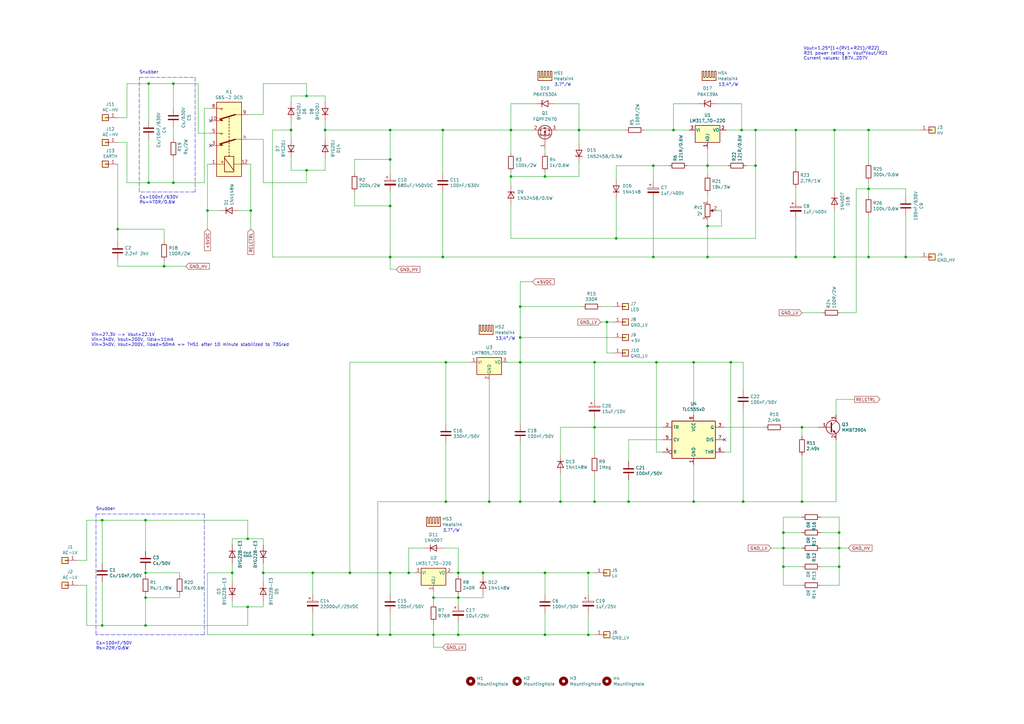
<source format=kicad_sch>
(kicad_sch (version 20211123) (generator eeschema)
  (paper "A3")
  (title_block (title "HV Power Supply LM317 Maida") (date "2022-09-11") (rev "1"))
  (junction (at 213.36 138.43))
  (junction (at 290.195 67.945))
  (junction (at 269.24 148.59))
  (junction (at 198.12 234.95))
  (junction (at 213.36 148.59))
  (junction (at 299.72 148.59))
  (junction (at 182.88 205.74))
  (junction (at 154.94 260.35))
  (junction (at 48.26 93.98))
  (junction (at 59.69 256.54))
  (junction (at 229.87 205.74))
  (junction (at 304.165 53.34))
  (junction (at 276.225 53.34))
  (junction (at 243.84 205.74))
  (junction (at 59.69 245.11))
  (junction (at 101.6 248.92))
  (junction (at 177.8 260.35))
  (junction (at 290.195 92.71))
  (junction (at 181.61 105.41))
  (junction (at 342.265 53.34))
  (junction (at 326.39 105.41))
  (junction (at 309.88 67.945))
  (junction (at 344.17 218.44))
  (junction (at 128.27 234.95))
  (junction (at 160.02 260.35))
  (junction (at 257.81 205.74))
  (junction (at 160.02 105.41))
  (junction (at 321.31 224.79))
  (junction (at 167.64 234.95))
  (junction (at 102.87 86.36))
  (junction (at 59.69 213.36))
  (junction (at 160.02 65.405))
  (junction (at 223.52 72.39))
  (junction (at 187.96 260.35))
  (junction (at 252.73 97.79))
  (junction (at 223.52 234.95))
  (junction (at 125.73 39.37))
  (junction (at 187.96 234.95))
  (junction (at 125.73 69.85))
  (junction (at 160.02 84.455))
  (junction (at 243.84 175.26))
  (junction (at 304.8 205.74))
  (junction (at 248.92 132.08))
  (junction (at 187.96 245.11))
  (junction (at 41.91 256.54))
  (junction (at 71.12 34.29))
  (junction (at 241.3 234.95))
  (junction (at 160.02 234.95))
  (junction (at 371.475 105.41))
  (junction (at 344.17 232.41))
  (junction (at 128.27 260.35))
  (junction (at 243.84 148.59))
  (junction (at 213.36 205.74))
  (junction (at 241.3 260.35))
  (junction (at 284.48 205.74))
  (junction (at 160.02 53.34))
  (junction (at 342.265 105.41))
  (junction (at 213.36 125.73))
  (junction (at 181.61 53.34))
  (junction (at 209.55 72.39))
  (junction (at 328.93 205.74))
  (junction (at 143.51 234.95))
  (junction (at 101.6 220.98))
  (junction (at 356.235 105.41))
  (junction (at 223.52 260.35))
  (junction (at 321.31 218.44))
  (junction (at 321.31 232.41))
  (junction (at 182.88 148.59))
  (junction (at 107.95 234.95))
  (junction (at 326.39 53.34))
  (junction (at 328.93 175.26))
  (junction (at 267.97 67.945))
  (junction (at 344.17 224.79))
  (junction (at 309.88 53.34))
  (junction (at 267.97 105.41))
  (junction (at 133.35 53.34))
  (junction (at 177.8 245.11))
  (junction (at 200.66 205.74))
  (junction (at 237.49 53.34))
  (junction (at 119.38 53.34))
  (junction (at 41.91 213.36))
  (junction (at 60.96 74.93))
  (junction (at 284.48 148.59))
  (junction (at 209.55 53.34))
  (junction (at 59.69 234.95))
  (junction (at 60.96 34.29))
  (junction (at 95.25 234.95))
  (junction (at 356.235 77.47))
  (junction (at 85.09 86.36))
  (junction (at 71.12 74.93))
  (junction (at 67.31 109.22))
  (junction (at 356.235 53.34))
  (junction (at 290.195 105.41))
  (no_connect (at 297.18 180.34))
  (no_connect (at 86.36 49.53))
  (no_connect (at 86.36 59.69))
  (wire (pts (xy 356.235 74.295) (xy 356.235 77.47)))
  (wire (pts (xy 101.6 256.54) (xy 101.6 248.92)))
  (wire (pts (xy 95.25 220.98) (xy 101.6 220.98)))
  (wire (pts (xy 309.88 67.945) (xy 306.07 67.945)))
  (wire (pts (xy 351.155 77.47) (xy 356.235 77.47)))
  (wire (pts (xy 237.49 59.055) (xy 237.49 53.34)))
  (wire (pts (xy 371.475 105.41) (xy 377.19 105.41)))
  (polyline (pts (xy 39.37 260.35) (xy 39.37 210.82)))
  (wire (pts (xy 276.225 42.545) (xy 276.225 53.34)))
  (wire (pts (xy 290.195 67.945) (xy 298.45 67.945)))
  (wire (pts (xy 60.96 57.15) (xy 60.96 74.93)))
  (wire (pts (xy 252.73 67.945) (xy 267.97 67.945)))
  (wire (pts (xy 71.12 74.93) (xy 60.96 74.93)))
  (wire (pts (xy 342.9 180.34) (xy 342.9 205.74)))
  (wire (pts (xy 107.95 46.99) (xy 107.95 34.29)))
  (wire (pts (xy 297.18 185.42) (xy 299.72 185.42)))
  (wire (pts (xy 187.96 224.79) (xy 181.61 224.79)))
  (wire (pts (xy 177.8 260.35) (xy 177.8 255.27)))
  (wire (pts (xy 128.27 260.35) (xy 128.27 251.46)))
  (wire (pts (xy 213.36 115.57) (xy 213.36 125.73)))
  (wire (pts (xy 76.2 109.22) (xy 67.31 109.22)))
  (wire (pts (xy 328.93 205.74) (xy 304.8 205.74)))
  (wire (pts (xy 336.55 224.79) (xy 344.17 224.79)))
  (wire (pts (xy 243.84 205.74) (xy 243.84 194.31)))
  (wire (pts (xy 48.26 58.42) (xy 52.07 58.42)))
  (wire (pts (xy 95.25 231.14) (xy 95.25 234.95)))
  (wire (pts (xy 35.56 256.54) (xy 41.91 256.54)))
  (wire (pts (xy 31.75 240.03) (xy 35.56 240.03)))
  (wire (pts (xy 223.52 234.95) (xy 241.3 234.95)))
  (wire (pts (xy 297.815 53.34) (xy 304.165 53.34)))
  (wire (pts (xy 154.94 260.35) (xy 154.94 205.74)))
  (wire (pts (xy 316.23 224.79) (xy 321.31 224.79)))
  (wire (pts (xy 241.3 251.46) (xy 241.3 260.35)))
  (wire (pts (xy 304.165 42.545) (xy 304.165 53.34)))
  (polyline (pts (xy 57.15 78.74) (xy 57.15 31.75)))
  (wire (pts (xy 309.88 53.34) (xy 309.88 67.945)))
  (wire (pts (xy 229.87 205.74) (xy 213.36 205.74)))
  (wire (pts (xy 294.005 42.545) (xy 304.165 42.545)))
  (wire (pts (xy 177.8 245.11) (xy 187.96 245.11)))
  (wire (pts (xy 59.69 233.68) (xy 59.69 234.95)))
  (wire (pts (xy 237.49 53.34) (xy 228.6 53.34)))
  (wire (pts (xy 344.17 224.79) (xy 344.17 232.41)))
  (wire (pts (xy 85.09 260.35) (xy 85.09 234.95)))
  (wire (pts (xy 128.27 243.84) (xy 128.27 234.95)))
  (wire (pts (xy 160.02 260.35) (xy 177.8 260.35)))
  (wire (pts (xy 252.73 81.28) (xy 252.73 97.79)))
  (wire (pts (xy 71.12 64.77) (xy 71.12 74.93)))
  (wire (pts (xy 67.31 109.22) (xy 48.26 109.22)))
  (wire (pts (xy 160.02 105.41) (xy 181.61 105.41)))
  (wire (pts (xy 73.66 234.95) (xy 73.66 236.22)))
  (wire (pts (xy 71.12 34.29) (xy 81.28 34.29)))
  (wire (pts (xy 133.35 69.85) (xy 133.35 64.77)))
  (wire (pts (xy 237.49 72.39) (xy 223.52 72.39)))
  (wire (pts (xy 342.9 163.83) (xy 342.9 170.18)))
  (wire (pts (xy 35.56 213.36) (xy 41.91 213.36)))
  (wire (pts (xy 342.265 53.34) (xy 356.235 53.34)))
  (wire (pts (xy 160.02 110.49) (xy 160.02 105.41)))
  (wire (pts (xy 237.49 53.34) (xy 256.54 53.34)))
  (wire (pts (xy 71.12 52.07) (xy 71.12 57.15)))
  (wire (pts (xy 143.51 234.95) (xy 160.02 234.95)))
  (wire (pts (xy 304.8 167.64) (xy 304.8 205.74)))
  (wire (pts (xy 243.84 260.35) (xy 241.3 260.35)))
  (wire (pts (xy 290.195 79.375) (xy 290.195 82.55)))
  (wire (pts (xy 81.28 34.29) (xy 81.28 54.61)))
  (wire (pts (xy 213.36 125.73) (xy 213.36 138.43)))
  (wire (pts (xy 328.93 212.09) (xy 321.31 212.09)))
  (wire (pts (xy 243.84 175.26) (xy 229.87 175.26)))
  (wire (pts (xy 309.88 53.34) (xy 326.39 53.34)))
  (wire (pts (xy 251.46 138.43) (xy 213.36 138.43)))
  (wire (pts (xy 181.61 265.43) (xy 177.8 265.43)))
  (wire (pts (xy 177.8 260.35) (xy 187.96 260.35)))
  (wire (pts (xy 218.44 115.57) (xy 213.36 115.57)))
  (wire (pts (xy 187.96 243.84) (xy 187.96 245.11)))
  (wire (pts (xy 101.6 220.98) (xy 107.95 220.98)))
  (wire (pts (xy 304.8 205.74) (xy 284.48 205.74)))
  (wire (pts (xy 223.52 243.84) (xy 223.52 234.95)))
  (wire (pts (xy 344.17 224.79) (xy 347.98 224.79)))
  (wire (pts (xy 119.38 69.85) (xy 125.73 69.85)))
  (wire (pts (xy 187.96 234.95) (xy 187.96 224.79)))
  (wire (pts (xy 213.36 138.43) (xy 213.36 148.59)))
  (wire (pts (xy 181.61 78.74) (xy 181.61 105.41)))
  (wire (pts (xy 321.31 212.09) (xy 321.31 218.44)))
  (wire (pts (xy 243.84 175.26) (xy 243.84 171.45)))
  (wire (pts (xy 243.84 175.26) (xy 243.84 186.69)))
  (wire (pts (xy 187.96 234.95) (xy 198.12 234.95)))
  (wire (pts (xy 128.27 260.35) (xy 154.94 260.35)))
  (wire (pts (xy 145.415 84.455) (xy 145.415 78.74)))
  (wire (pts (xy 111.76 53.34) (xy 111.76 105.41)))
  (wire (pts (xy 128.27 260.35) (xy 85.09 260.35)))
  (wire (pts (xy 248.92 132.08) (xy 251.46 132.08)))
  (wire (pts (xy 246.38 132.08) (xy 248.92 132.08)))
  (polyline (pts (xy 57.15 31.75) (xy 80.01 31.75)))
  (wire (pts (xy 237.49 53.34) (xy 237.49 42.545)))
  (wire (pts (xy 223.52 251.46) (xy 223.52 260.35)))
  (wire (pts (xy 52.07 58.42) (xy 52.07 74.93)))
  (wire (pts (xy 326.39 105.41) (xy 342.265 105.41)))
  (wire (pts (xy 31.75 229.87) (xy 35.56 229.87)))
  (wire (pts (xy 182.88 148.59) (xy 182.88 173.99)))
  (wire (pts (xy 309.88 67.945) (xy 309.88 97.79)))
  (wire (pts (xy 107.95 220.98) (xy 107.95 223.52)))
  (wire (pts (xy 182.88 181.61) (xy 182.88 205.74)))
  (wire (pts (xy 181.61 53.34) (xy 209.55 53.34)))
  (wire (pts (xy 182.88 148.59) (xy 143.51 148.59)))
  (wire (pts (xy 187.96 260.35) (xy 223.52 260.35)))
  (wire (pts (xy 162.56 110.49) (xy 160.02 110.49)))
  (wire (pts (xy 133.35 53.34) (xy 133.35 57.15)))
  (wire (pts (xy 119.38 53.34) (xy 119.38 49.53)))
  (wire (pts (xy 284.48 205.74) (xy 257.81 205.74)))
  (wire (pts (xy 284.48 148.59) (xy 269.24 148.59)))
  (wire (pts (xy 351.155 128.27) (xy 351.155 77.47)))
  (wire (pts (xy 326.39 53.34) (xy 342.265 53.34)))
  (wire (pts (xy 200.66 156.21) (xy 200.66 205.74)))
  (wire (pts (xy 48.26 93.98) (xy 48.26 99.06)))
  (wire (pts (xy 125.73 39.37) (xy 133.35 39.37)))
  (wire (pts (xy 290.195 67.945) (xy 290.195 71.755)))
  (wire (pts (xy 48.26 67.31) (xy 48.26 93.98)))
  (wire (pts (xy 209.55 53.34) (xy 209.55 62.865)))
  (wire (pts (xy 342.265 86.36) (xy 342.265 105.41)))
  (wire (pts (xy 243.84 205.74) (xy 229.87 205.74)))
  (wire (pts (xy 177.8 245.11) (xy 177.8 242.57)))
  (wire (pts (xy 344.17 240.03) (xy 336.55 240.03)))
  (wire (pts (xy 321.31 224.79) (xy 321.31 232.41)))
  (wire (pts (xy 107.95 34.29) (xy 125.73 34.29)))
  (wire (pts (xy 281.94 67.945) (xy 290.195 67.945)))
  (wire (pts (xy 309.88 97.79) (xy 252.73 97.79)))
  (wire (pts (xy 160.02 53.34) (xy 181.61 53.34)))
  (wire (pts (xy 299.72 148.59) (xy 284.48 148.59)))
  (wire (pts (xy 328.93 224.79) (xy 321.31 224.79)))
  (wire (pts (xy 304.8 160.02) (xy 304.8 148.59)))
  (wire (pts (xy 344.805 128.27) (xy 351.155 128.27)))
  (wire (pts (xy 60.96 34.29) (xy 60.96 49.53)))
  (wire (pts (xy 160.02 71.12) (xy 160.02 65.405)))
  (wire (pts (xy 328.93 175.26) (xy 321.31 175.26)))
  (wire (pts (xy 145.415 65.405) (xy 160.02 65.405)))
  (wire (pts (xy 295.91 86.36) (xy 295.91 92.71)))
  (wire (pts (xy 59.69 243.84) (xy 59.69 245.11)))
  (wire (pts (xy 41.91 256.54) (xy 41.91 238.76)))
  (wire (pts (xy 290.195 90.17) (xy 290.195 92.71)))
  (wire (pts (xy 213.36 173.99) (xy 213.36 148.59)))
  (wire (pts (xy 264.16 53.34) (xy 276.225 53.34)))
  (wire (pts (xy 119.38 41.91) (xy 119.38 39.37)))
  (wire (pts (xy 81.28 54.61) (xy 86.36 54.61)))
  (wire (pts (xy 342.265 53.34) (xy 342.265 78.74)))
  (wire (pts (xy 209.55 72.39) (xy 223.52 72.39)))
  (wire (pts (xy 181.61 71.12) (xy 181.61 53.34)))
  (wire (pts (xy 344.17 212.09) (xy 344.17 218.44)))
  (wire (pts (xy 107.95 234.95) (xy 128.27 234.95)))
  (wire (pts (xy 101.6 213.36) (xy 101.6 220.98)))
  (polyline (pts (xy 80.01 78.74) (xy 57.15 78.74)))
  (wire (pts (xy 59.69 213.36) (xy 41.91 213.36)))
  (wire (pts (xy 336.55 212.09) (xy 344.17 212.09)))
  (wire (pts (xy 85.09 67.31) (xy 86.36 67.31)))
  (wire (pts (xy 119.38 57.15) (xy 119.38 53.34)))
  (wire (pts (xy 356.235 53.34) (xy 356.235 66.675)))
  (wire (pts (xy 167.64 224.79) (xy 167.64 234.95)))
  (wire (pts (xy 107.95 234.95) (xy 107.95 238.76)))
  (wire (pts (xy 356.235 105.41) (xy 371.475 105.41)))
  (wire (pts (xy 177.8 265.43) (xy 177.8 260.35)))
  (wire (pts (xy 342.265 105.41) (xy 356.235 105.41)))
  (wire (pts (xy 321.31 240.03) (xy 328.93 240.03)))
  (wire (pts (xy 167.64 234.95) (xy 170.18 234.95)))
  (wire (pts (xy 328.93 128.27) (xy 337.185 128.27)))
  (wire (pts (xy 143.51 148.59) (xy 143.51 234.95)))
  (wire (pts (xy 102.87 67.31) (xy 102.87 86.36)))
  (wire (pts (xy 290.195 67.945) (xy 290.195 60.96)))
  (wire (pts (xy 295.91 92.71) (xy 290.195 92.71)))
  (wire (pts (xy 209.55 53.34) (xy 218.44 53.34)))
  (wire (pts (xy 243.84 148.59) (xy 269.24 148.59)))
  (wire (pts (xy 67.31 99.06) (xy 67.31 93.98)))
  (wire (pts (xy 356.235 77.47) (xy 371.475 77.47)))
  (wire (pts (xy 125.73 74.93) (xy 107.95 74.93)))
  (wire (pts (xy 290.195 105.41) (xy 326.39 105.41)))
  (wire (pts (xy 182.88 205.74) (xy 200.66 205.74)))
  (wire (pts (xy 85.09 86.36) (xy 85.09 67.31)))
  (wire (pts (xy 284.48 170.18) (xy 284.48 148.59)))
  (wire (pts (xy 101.6 67.31) (xy 102.87 67.31)))
  (wire (pts (xy 181.61 105.41) (xy 267.97 105.41)))
  (wire (pts (xy 160.02 78.74) (xy 160.02 84.455)))
  (wire (pts (xy 107.95 57.15) (xy 101.6 57.15)))
  (wire (pts (xy 299.72 185.42) (xy 299.72 148.59)))
  (wire (pts (xy 251.46 144.78) (xy 248.92 144.78)))
  (wire (pts (xy 344.17 232.41) (xy 344.17 240.03)))
  (wire (pts (xy 59.69 256.54) (xy 41.91 256.54)))
  (wire (pts (xy 185.42 234.95) (xy 187.96 234.95)))
  (wire (pts (xy 187.96 236.22) (xy 187.96 234.95)))
  (wire (pts (xy 209.55 42.545) (xy 209.55 53.34)))
  (wire (pts (xy 48.26 48.26) (xy 52.07 48.26)))
  (wire (pts (xy 101.6 46.99) (xy 107.95 46.99)))
  (wire (pts (xy 85.09 234.95) (xy 95.25 234.95)))
  (wire (pts (xy 83.82 44.45) (xy 86.36 44.45)))
  (wire (pts (xy 267.97 105.41) (xy 290.195 105.41)))
  (wire (pts (xy 326.39 69.215) (xy 326.39 53.34)))
  (wire (pts (xy 223.52 260.35) (xy 241.3 260.35)))
  (wire (pts (xy 321.31 232.41) (xy 321.31 240.03)))
  (wire (pts (xy 246.38 125.73) (xy 251.46 125.73)))
  (wire (pts (xy 125.73 69.85) (xy 125.73 74.93)))
  (wire (pts (xy 209.55 70.485) (xy 209.55 72.39)))
  (wire (pts (xy 198.12 234.95) (xy 198.12 236.22)))
  (wire (pts (xy 67.31 93.98) (xy 48.26 93.98)))
  (wire (pts (xy 326.39 89.535) (xy 326.39 105.41)))
  (wire (pts (xy 198.12 243.84) (xy 198.12 245.11)))
  (wire (pts (xy 267.97 67.945) (xy 267.97 74.295)))
  (wire (pts (xy 59.69 226.06) (xy 59.69 213.36)))
  (wire (pts (xy 95.25 234.95) (xy 95.25 238.76)))
  (wire (pts (xy 342.9 205.74) (xy 328.93 205.74)))
  (wire (pts (xy 290.195 92.71) (xy 290.195 105.41)))
  (wire (pts (xy 119.38 39.37) (xy 125.73 39.37)))
  (wire (pts (xy 133.35 53.34) (xy 160.02 53.34)))
  (wire (pts (xy 35.56 229.87) (xy 35.56 213.36)))
  (wire (pts (xy 71.12 34.29) (xy 71.12 44.45)))
  (wire (pts (xy 177.8 247.65) (xy 177.8 245.11)))
  (wire (pts (xy 356.235 53.34) (xy 377.19 53.34)))
  (wire (pts (xy 267.97 67.945) (xy 274.32 67.945)))
  (wire (pts (xy 328.93 186.69) (xy 328.93 205.74)))
  (wire (pts (xy 52.07 34.29) (xy 60.96 34.29)))
  (wire (pts (xy 271.78 175.26) (xy 243.84 175.26)))
  (wire (pts (xy 227.33 42.545) (xy 237.49 42.545)))
  (wire (pts (xy 102.87 86.36) (xy 97.79 86.36)))
  (wire (pts (xy 160.02 260.35) (xy 160.02 251.46)))
  (wire (pts (xy 200.66 205.74) (xy 213.36 205.74)))
  (wire (pts (xy 304.8 148.59) (xy 299.72 148.59)))
  (wire (pts (xy 107.95 231.14) (xy 107.95 234.95)))
  (wire (pts (xy 252.73 67.945) (xy 252.73 73.66)))
  (wire (pts (xy 95.25 248.92) (xy 95.25 246.38)))
  (wire (pts (xy 198.12 245.11) (xy 187.96 245.11)))
  (wire (pts (xy 48.26 109.22) (xy 48.26 106.68)))
  (wire (pts (xy 160.02 105.41) (xy 111.76 105.41)))
  (wire (pts (xy 73.66 245.11) (xy 59.69 245.11)))
  (wire (pts (xy 59.69 245.11) (xy 59.69 256.54)))
  (wire (pts (xy 107.95 74.93) (xy 107.95 57.15)))
  (wire (pts (xy 35.56 240.03) (xy 35.56 256.54)))
  (wire (pts (xy 229.87 175.26) (xy 229.87 186.69)))
  (wire (pts (xy 335.28 175.26) (xy 328.93 175.26)))
  (wire (pts (xy 344.17 224.79) (xy 344.17 218.44)))
  (wire (pts (xy 269.24 185.42) (xy 269.24 148.59)))
  (wire (pts (xy 59.69 256.54) (xy 101.6 256.54)))
  (polyline (pts (xy 83.82 260.35) (xy 39.37 260.35)))
  (wire (pts (xy 257.81 205.74) (xy 243.84 205.74)))
  (polyline (pts (xy 83.82 210.82) (xy 83.82 260.35)))
  (wire (pts (xy 101.6 213.36) (xy 59.69 213.36)))
  (wire (pts (xy 229.87 205.74) (xy 229.87 194.31)))
  (wire (pts (xy 223.52 70.485) (xy 223.52 72.39)))
  (wire (pts (xy 198.12 234.95) (xy 223.52 234.95)))
  (wire (pts (xy 133.35 39.37) (xy 133.35 41.91)))
  (wire (pts (xy 52.07 74.93) (xy 60.96 74.93)))
  (wire (pts (xy 145.415 84.455) (xy 160.02 84.455)))
  (wire (pts (xy 102.87 93.98) (xy 102.87 86.36)))
  (wire (pts (xy 356.235 77.47) (xy 356.235 80.645)))
  (wire (pts (xy 71.12 74.93) (xy 83.82 74.93)))
  (wire (pts (xy 209.55 42.545) (xy 219.71 42.545)))
  (wire (pts (xy 154.94 205.74) (xy 182.88 205.74)))
  (wire (pts (xy 271.78 180.34) (xy 257.81 180.34)))
  (wire (pts (xy 95.25 220.98) (xy 95.25 223.52)))
  (wire (pts (xy 41.91 213.36) (xy 41.91 231.14)))
  (polyline (pts (xy 80.01 31.75) (xy 80.01 78.74)))
  (wire (pts (xy 241.3 234.95) (xy 243.84 234.95)))
  (wire (pts (xy 321.31 218.44) (xy 321.31 224.79)))
  (wire (pts (xy 237.49 66.675) (xy 237.49 72.39)))
  (wire (pts (xy 213.36 148.59) (xy 243.84 148.59)))
  (wire (pts (xy 125.73 39.37) (xy 125.73 34.29)))
  (wire (pts (xy 304.165 53.34) (xy 309.88 53.34)))
  (wire (pts (xy 119.38 64.77) (xy 119.38 69.85)))
  (wire (pts (xy 128.27 234.95) (xy 143.51 234.95)))
  (polyline (pts (xy 39.37 210.82) (xy 83.82 210.82)))
  (wire (pts (xy 59.69 236.22) (xy 59.69 234.95)))
  (wire (pts (xy 187.96 260.35) (xy 187.96 255.27)))
  (wire (pts (xy 73.66 243.84) (xy 73.66 245.11)))
  (wire (pts (xy 213.36 125.73) (xy 238.76 125.73)))
  (wire (pts (xy 243.84 163.83) (xy 243.84 148.59)))
  (wire (pts (xy 241.3 243.84) (xy 241.3 234.95)))
  (wire (pts (xy 344.17 218.44) (xy 336.55 218.44)))
  (wire (pts (xy 248.92 144.78) (xy 248.92 132.08)))
  (wire (pts (xy 101.6 248.92) (xy 107.95 248.92)))
  (wire (pts (xy 160.02 243.84) (xy 160.02 234.95)))
  (wire (pts (xy 209.55 72.39) (xy 209.55 76.2)))
  (wire (pts (xy 187.96 245.11) (xy 187.96 247.65)))
  (wire (pts (xy 252.73 97.79) (xy 209.55 97.79)))
  (wire (pts (xy 356.235 88.265) (xy 356.235 105.41)))
  (wire (pts (xy 133.35 49.53) (xy 133.35 53.34)))
  (wire (pts (xy 267.97 81.915) (xy 267.97 105.41)))
  (wire (pts (xy 59.69 234.95) (xy 73.66 234.95)))
  (wire (pts (xy 95.25 248.92) (xy 101.6 248.92)))
  (wire (pts (xy 160.02 234.95) (xy 167.64 234.95)))
  (wire (pts (xy 154.94 260.35) (xy 160.02 260.35)))
  (wire (pts (xy 213.36 205.74) (xy 213.36 181.61)))
  (wire (pts (xy 145.415 71.12) (xy 145.415 65.405)))
  (wire (pts (xy 328.93 232.41) (xy 321.31 232.41)))
  (wire (pts (xy 125.73 69.85) (xy 133.35 69.85)))
  (wire (pts (xy 85.09 86.36) (xy 90.17 86.36)))
  (wire (pts (xy 107.95 246.38) (xy 107.95 248.92)))
  (wire (pts (xy 271.78 185.42) (xy 269.24 185.42)))
  (wire (pts (xy 223.52 60.96) (xy 223.52 62.865)))
  (wire (pts (xy 83.82 74.93) (xy 83.82 44.45)))
  (wire (pts (xy 328.93 218.44) (xy 321.31 218.44)))
  (wire (pts (xy 350.52 163.83) (xy 342.9 163.83)))
  (wire (pts (xy 371.475 88.265) (xy 371.475 105.41)))
  (wire (pts (xy 209.55 83.82) (xy 209.55 97.79)))
  (wire (pts (xy 284.48 190.5) (xy 284.48 205.74)))
  (wire (pts (xy 257.81 180.34) (xy 257.81 189.23)))
  (wire (pts (xy 336.55 232.41) (xy 344.17 232.41)))
  (wire (pts (xy 160.02 84.455) (xy 160.02 105.41)))
  (wire (pts (xy 257.81 205.74) (xy 257.81 196.85)))
  (wire (pts (xy 328.93 179.07) (xy 328.93 175.26)))
  (wire (pts (xy 85.09 93.98) (xy 85.09 86.36)))
  (wire (pts (xy 297.18 175.26) (xy 313.69 175.26)))
  (wire (pts (xy 67.31 106.68) (xy 67.31 109.22)))
  (wire (pts (xy 193.04 148.59) (xy 182.88 148.59)))
  (wire (pts (xy 326.39 76.835) (xy 326.39 81.915)))
  (wire (pts (xy 71.12 34.29) (xy 60.96 34.29)))
  (wire (pts (xy 119.38 53.34) (xy 111.76 53.34)))
  (wire (pts (xy 294.005 86.36) (xy 295.91 86.36)))
  (wire (pts (xy 160.02 65.405) (xy 160.02 53.34)))
  (wire (pts (xy 371.475 80.645) (xy 371.475 77.47)))
  (wire (pts (xy 276.225 53.34) (xy 282.575 53.34)))
  (wire (pts (xy 173.99 224.79) (xy 167.64 224.79)))
  (wire (pts (xy 208.28 148.59) (xy 213.36 148.59)))
  (wire (pts (xy 276.225 42.545) (xy 286.385 42.545)))
  (wire (pts (xy 52.07 48.26) (xy 52.07 34.29)))
  (text "13,4°/W" (at 294.64 35.56 0) (effects (font (size 1.27 1.27)) (justify left bottom)))
  (text "Snubber" (at 39.37 209.55 0) (effects (font (size 1.27 1.27)) (justify left bottom)))
  (text "Cs=100nF/630V\nRs=470R/0.6W" (at 57.15 83.82 0) (effects (font (size 1.27 1.27)) (justify left bottom)))
  (text "Snubber" (at 57.15 30.48 0) (effects (font (size 1.27 1.27)) (justify left bottom)))
  (text "13,4°/W" (at 203.2 139.7 0) (effects (font (size 1.27 1.27)) (justify left bottom)))
  (text "3.7°/W" (at 227.33 35.56 0) (effects (font (size 1.27 1.27)) (justify left bottom)))
  (text "Vin=27.3V -> Vout=22.1V\nVin=340V, Vout=200V, Iidle=11mA\nVin=340V, Vout=200V, Iload=50mA => THS1 after 10 minute stabilized to 73Grad" (at 37.465 142.24 0) (effects (font (size 1.27 1.27)) (justify left bottom)))
  (text "Vout=1.25*(1+(RV1+R21)/R22)\nR21 power rating > Vout*Vout/R21\nCurrent values: 187V..207V" (at 329.565 24.765 0) (effects (font (size 1.27 1.27)) (justify left bottom)))
  (text "Cs=100nF/50V\nRs=22R/0.6W" (at 39.37 266.7 0) (effects (font (size 1.27 1.27)) (justify left bottom)))
  (text "3.7°/W" (at 181.61 218.44 0) (effects (font (size 1.27 1.27)) (justify left bottom)))
  (global_label "RELCTRL" (shape input) (at 102.87 93.98 270) (property "Intersheet References" "${INTERSHEET_REFS}" (effects hide)))
  (global_label "+5VDC" (shape input) (at 218.44 115.57 0) (property "Intersheet References" "${INTERSHEET_REFS}" (effects hide)))
  (global_label "GND_LV" (shape input) (at 181.61 265.43 0) (property "Intersheet References" "${INTERSHEET_REFS}" (effects hide)))
  (global_label "+5VDC" (shape input) (at 85.09 93.98 270) (property "Intersheet References" "${INTERSHEET_REFS}" (effects hide)))
  (global_label "GND_HV" (shape input) (at 162.56 110.49 0) (property "Intersheet References" "${INTERSHEET_REFS}" (effects hide)))
  (global_label "GND_LV" (shape input) (at 316.23 224.79 180) (property "Intersheet References" "${INTERSHEET_REFS}" (effects hide)))
  (global_label "RELCTRL" (shape output) (at 350.52 163.83 0) (property "Intersheet References" "${INTERSHEET_REFS}" (effects hide)))
  (global_label "GND_HV" (shape input) (at 76.2 109.22 0) (property "Intersheet References" "${INTERSHEET_REFS}" (effects hide)))
  (global_label "GND_LV" (shape input) (at 246.38 132.08 180) (property "Intersheet References" "${INTERSHEET_REFS}" (effects hide)))
  (global_label "GND_HV" (shape input) (at 347.98 224.79 0) (property "Intersheet References" "${INTERSHEET_REFS}" (effects hide)))
  (global_label "GND_LV" (shape input) (at 328.93 128.27 180) (property "Intersheet References" "${INTERSHEET_REFS}" (effects hide)))
  (symbol (lib_id "Mechanical:MountingHole") (at 212.09 279.4 0) (unit 1)
    (property "Reference" "H2" (at 214.63 278.2316 0) (effects (justify left)))
    (property "Value" "MountingHole" (at 214.63 280.543 0) (effects (justify left)))
    (property "Footprint" "MountingHole:MountingHole_3.2mm_M3" (effects hide))
  )
  (symbol (lib_id "Mechanical:MountingHole") (at 231.14 279.4 0) (unit 1)
    (property "Reference" "H3" (at 233.68 278.2316 0) (effects (justify left)))
    (property "Value" "MountingHole" (at 233.68 280.543 0) (effects (justify left)))
    (property "Footprint" "MountingHole:MountingHole_3.2mm_M3" (effects hide))
  )
  (symbol (lib_id "Mechanical:MountingHole") (at 193.04 279.4 0) (unit 1)
    (property "Reference" "H1" (at 195.58 278.2316 0) (effects (justify left)))
    (property "Value" "MountingHole" (at 195.58 280.543 0) (effects (justify left)))
    (property "Footprint" "MountingHole:MountingHole_3.2mm_M3" (effects hide))
  )
  (symbol (lib_id "Mechanical:MountingHole") (at 248.92 279.4 0) (unit 1)
    (property "Reference" "H4" (at 251.46 278.2316 0) (effects (justify left)))
    (property "Value" "MountingHole" (at 251.46 280.543 0) (effects (justify left)))
    (property "Footprint" "MountingHole:MountingHole_3.2mm_M3" (effects hide))
  )
  (symbol (lib_id "Connector_Generic:Conn_01x01") (at 382.27 53.34 0) (unit 1)
    (property "Reference" "J3" (at 384.302 52.2732 0) (effects (justify left)))
    (property "Value" "HV" (at 384.302 54.5846 0) (effects (justify left)))
    (property "Footprint" "Connector_Pin:Pin_D1.3mm_L11.0mm" (effects hide))
  )
  (symbol (lib_id "Device:C_Polarized") (at 160.02 74.93 0) (unit 1)
    (property "Reference" "C10" (at 163.0172 73.7616 0) (effects (justify left)))
    (property "Value" "680uF/450VDC" (at 163.0172 76.073 0) (effects (justify left)))
    (property "Footprint" "Capacitor_THT:CP_Radial_D35.0mm_P10.00mm_SnapIn" (effects hide))
  )
  (symbol (lib_id "Device:C") (at 181.61 74.93 0) (unit 1)
    (property "Reference" "C11" (at 184.531 73.7616 0) (effects (justify left)))
    (property "Value" "100nF/630V" (at 184.531 76.073 0) (effects (justify left)))
    (property "Footprint" "Capacitor_THT:C_Rect_L18.0mm_W5.0mm_P15.00mm_FKS3_FKP3" (effects hide))
  )
  (symbol (lib_id "Device:R") (at 332.74 218.44 270) (unit 1)
    (property "Reference" "R17" (at 333.9084 220.218 0) (effects (justify left)))
    (property "Value" "0R" (at 331.597 220.218 0) (effects (justify left)))
    (property "Footprint" "Resistor_SMD:R_1206_3216Metric_Pad1.30x1.75mm_HandSolder" (effects hide))
  )
  (symbol (lib_id "Device:R") (at 332.74 212.09 270) (unit 1)
    (property "Reference" "R16" (at 333.9084 213.868 0) (effects (justify left)))
    (property "Value" "0R" (at 331.597 213.868 0) (effects (justify left)))
    (property "Footprint" "Resistor_SMD:R_1206_3216Metric_Pad1.30x1.75mm_HandSolder" (effects hide))
  )
  (symbol (lib_id "Device:C_Polarized") (at 128.27 247.65 0) (unit 1)
    (property "Reference" "C14" (at 131.2672 246.4816 0) (effects (justify left)))
    (property "Value" "22000uF/25VDC" (at 131.2672 248.793 0) (effects (justify left)))
    (property "Footprint" "Capacitor_THT:CP_Radial_D35.0mm_P10.00mm_SnapIn" (effects hide))
  )
  (symbol (lib_id "Regulator_Linear:LM317_TO-220") (at 177.8 234.95 0) (unit 1)
    (property "Reference" "U2" (at 177.8 228.8032 0))
    (property "Value" "LM317_TO-220" (at 177.8 231.1146 0))
    (property "Footprint" "Package_TO_SOT_THT:TO-220-3_Vertical" (effects hide))
    (property "Datasheet" "http://www.ti.com/lit/ds/symlink/lm317.pdf" (effects hide))
  )
  (symbol (lib_id "Device:C") (at 160.02 247.65 0) (unit 1)
    (property "Reference" "C15" (at 162.941 246.4816 0) (effects (justify left)))
    (property "Value" "100nF/50V" (at 162.941 248.793 0) (effects (justify left)))
    (property "Footprint" "Capacitor_SMD:C_0805_2012Metric_Pad1.18x1.45mm_HandSolder" (effects hide))
  )
  (symbol (lib_id "Device:R") (at 177.8 251.46 0) (unit 1)
    (property "Reference" "R7" (at 179.578 250.2916 0) (effects (justify left)))
    (property "Value" "976R" (at 179.578 252.603 0) (effects (justify left)))
    (property "Footprint" "Resistor_SMD:R_0805_2012Metric_Pad1.20x1.40mm_HandSolder" (effects hide))
  )
  (symbol (lib_id "Device:R") (at 187.96 240.03 0) (unit 1)
    (property "Reference" "R8" (at 189.738 238.8616 0) (effects (justify left)))
    (property "Value" "240R" (at 189.738 241.173 0) (effects (justify left)))
    (property "Footprint" "Resistor_SMD:R_0805_2012Metric_Pad1.20x1.40mm_HandSolder" (effects hide))
  )
  (symbol (lib_id "Diode:1N4007") (at 177.8 224.79 0) (unit 1)
    (property "Reference" "D11" (at 177.8 219.2782 0))
    (property "Value" "1N4007" (at 177.8 221.5896 0))
    (property "Footprint" "Diode_SMD:D_SMA_Handsoldering" (effects hide))
    (property "Datasheet" "http://www.vishay.com/docs/88503/1n4001.pdf" (effects hide))
  )
  (symbol (lib_id "Device:C_Polarized") (at 187.96 251.46 0) (unit 1)
    (property "Reference" "C17" (at 190.9572 250.2916 0) (effects (justify left)))
    (property "Value" "10uF/25V" (at 190.9572 252.603 0) (effects (justify left)))
    (property "Footprint" "Capacitor_THT:CP_Radial_D5.0mm_P2.00mm" (effects hide))
  )
  (symbol (lib_id "Diode:1N4007") (at 198.12 240.03 270) (unit 1)
    (property "Reference" "D12" (at 200.152 238.8616 90) (effects (justify left)))
    (property "Value" "1N4148W" (at 200.152 241.173 90) (effects (justify left)))
    (property "Footprint" "Diode_SMD:D_SOD-123" (effects hide))
    (property "Datasheet" "http://www.vishay.com/docs/88503/1n4001.pdf" (effects hide))
  )
  (symbol (lib_id "Connector_Generic:Conn_01x01") (at 382.27 105.41 0) (unit 1)
    (property "Reference" "J4" (at 384.302 104.3432 0) (effects (justify left)))
    (property "Value" "GND_HV" (at 384.302 106.6546 0) (effects (justify left)))
    (property "Footprint" "Connector_Pin:Pin_D1.3mm_L11.0mm" (effects hide))
  )
  (symbol (lib_id "Transistor_BJT:MMBT3904") (at 340.36 175.26 0) (unit 1)
    (property "Reference" "Q3" (at 345.2114 174.0916 0) (effects (justify left)))
    (property "Value" "MMBT3904" (at 345.2114 176.403 0) (effects (justify left)))
    (property "Footprint" "Package_TO_SOT_SMD:SOT-23" (effects hide))
    (property "Datasheet" "https://www.onsemi.com/pub/Collateral/2N3903-D.PDF" (effects hide))
  )
  (symbol (lib_id "Device:R") (at 328.93 182.88 0) (unit 1)
    (property "Reference" "R11" (at 330.708 181.7116 0) (effects (justify left)))
    (property "Value" "2.49k" (at 330.708 184.023 0) (effects (justify left)))
    (property "Footprint" "Resistor_SMD:R_0805_2012Metric_Pad1.20x1.40mm_HandSolder" (effects hide))
  )
  (symbol (lib_id "Device:R") (at 317.5 175.26 270) (unit 1)
    (property "Reference" "R10" (at 317.5 170.0022 90))
    (property "Value" "2.49k" (at 317.5 172.3136 90))
    (property "Footprint" "Resistor_SMD:R_0805_2012Metric_Pad1.20x1.40mm_HandSolder" (effects hide))
  )
  (symbol (lib_id "Timer:TLC555xD") (at 284.48 180.34 0) (unit 1)
    (property "Reference" "U4" (at 284.48 165.5826 0))
    (property "Value" "TLC555xD" (at 284.48 167.894 0))
    (property "Footprint" "Package_SO:SOIC-8_3.9x4.9mm_P1.27mm" (effects hide))
    (property "Datasheet" "http://www.ti.com/lit/ds/symlink/tlc555.pdf" (effects hide))
  )
  (symbol (lib_id "Regulator_Linear:LM7805_TO220") (at 200.66 148.59 0) (unit 1)
    (property "Reference" "U3" (at 200.66 142.4432 0))
    (property "Value" "LM7805_TO220" (at 200.66 144.7546 0))
    (property "Footprint" "Package_TO_SOT_THT:TO-220-3_Vertical" (effects hide))
    (property "Datasheet" "https://www.onsemi.cn/PowerSolutions/document/MC7800-D.PDF" (effects hide))
  )
  (symbol (lib_id "Device:C") (at 304.8 163.83 0) (unit 1)
    (property "Reference" "C22" (at 307.721 162.6616 0) (effects (justify left)))
    (property "Value" "100nF/50V" (at 307.721 164.973 0) (effects (justify left)))
    (property "Footprint" "Capacitor_SMD:C_0805_2012Metric_Pad1.18x1.45mm_HandSolder" (effects hide))
  )
  (symbol (lib_id "Device:C_Polarized") (at 241.3 247.65 0) (unit 1)
    (property "Reference" "C19" (at 244.2972 246.4816 0) (effects (justify left)))
    (property "Value" "1uF/25V" (at 244.2972 248.793 0) (effects (justify left)))
    (property "Footprint" "Capacitor_THT:CP_Radial_D5.0mm_P2.00mm" (effects hide))
  )
  (symbol (lib_id "Connector_Generic:Conn_01x01") (at 248.92 260.35 0) (unit 1)
    (property "Reference" "J6" (at 250.952 259.2832 0) (effects (justify left)))
    (property "Value" "GND_LV" (at 250.952 261.5946 0) (effects (justify left)))
    (property "Footprint" "Connector_Pin:Pin_D1.3mm_L11.0mm" (effects hide))
  )
  (symbol (lib_id "Connector_Generic:Conn_01x01") (at 248.92 234.95 0) (unit 1)
    (property "Reference" "J5" (at 250.952 233.8832 0) (effects (justify left)))
    (property "Value" "LV" (at 250.952 236.1946 0) (effects (justify left)))
    (property "Footprint" "Connector_Pin:Pin_D1.3mm_L11.0mm" (effects hide))
  )
  (symbol (lib_id "Device:C") (at 257.81 193.04 0) (unit 1)
    (property "Reference" "C21" (at 260.731 191.8716 0) (effects (justify left)))
    (property "Value" "100nF/50V" (at 260.731 194.183 0) (effects (justify left)))
    (property "Footprint" "Capacitor_SMD:C_0805_2012Metric_Pad1.18x1.45mm_HandSolder" (effects hide))
  )
  (symbol (lib_id "Device:C_Polarized") (at 243.84 167.64 0) (unit 1)
    (property "Reference" "C20" (at 246.8372 166.4716 0) (effects (justify left)))
    (property "Value" "15uF/10V" (at 246.8372 168.783 0) (effects (justify left)))
    (property "Footprint" "Capacitor_Tantalum_SMD:CP_EIA-3216-12_Kemet-S_Pad1.58x1.35mm_HandSolder" (effects hide))
  )
  (symbol (lib_id "Device:R") (at 243.84 190.5 0) (unit 1)
    (property "Reference" "R9" (at 245.618 189.3316 0) (effects (justify left)))
    (property "Value" "1Meg" (at 245.618 191.643 0) (effects (justify left)))
    (property "Footprint" "Resistor_SMD:R_0805_2012Metric_Pad1.20x1.40mm_HandSolder" (effects hide))
  )
  (symbol (lib_id "Diode:1N4148W") (at 229.87 190.5 270) (unit 1)
    (property "Reference" "D13" (at 231.902 189.3316 90) (effects (justify left)))
    (property "Value" "1N4148W" (at 231.902 191.643 90) (effects (justify left)))
    (property "Footprint" "Diode_SMD:D_SOD-123" (effects hide))
    (property "Datasheet" "https://www.vishay.com/docs/85748/1n4148w.pdf" (effects hide))
  )
  (symbol (lib_id "Device:C") (at 182.88 177.8 0) (unit 1)
    (property "Reference" "C16" (at 185.801 176.6316 0) (effects (justify left)))
    (property "Value" "330nF/50V" (at 185.801 178.943 0) (effects (justify left)))
    (property "Footprint" "Capacitor_SMD:C_0805_2012Metric_Pad1.18x1.45mm_HandSolder" (effects hide))
  )
  (symbol (lib_id "Device:C") (at 213.36 177.8 0) (unit 1)
    (property "Reference" "C18" (at 216.281 176.6316 0) (effects (justify left)))
    (property "Value" "100nF/50V" (at 216.281 178.943 0) (effects (justify left)))
    (property "Footprint" "Capacitor_SMD:C_0805_2012Metric_Pad1.18x1.45mm_HandSolder" (effects hide))
  )
  (symbol (lib_id "Mechanical:Heatsink") (at 177.8 215.9 0) (unit 1)
    (property "Reference" "HS3" (at 181.4068 212.8266 0) (effects (justify left)))
    (property "Value" "Heatsink" (at 181.4068 215.138 0) (effects (justify left)))
    (property "Footprint" "Heatsink:Heatsink_Fischer_SK129-STS_42x25mm_2xDrill2.5mm" (effects hide))
  )
  (symbol (lib_id "Device:R") (at 332.74 224.79 270) (unit 1)
    (property "Reference" "R12" (at 333.9084 226.568 0) (effects (justify left)))
    (property "Value" "0R" (at 331.597 226.568 0) (effects (justify left)))
    (property "Footprint" "Resistor_SMD:R_1206_3216Metric_Pad1.30x1.75mm_HandSolder" (effects hide))
  )
  (symbol (lib_id "Device:R") (at 332.74 232.41 270) (unit 1)
    (property "Reference" "R13" (at 333.9084 234.188 0) (effects (justify left)))
    (property "Value" "0R" (at 331.597 234.188 0) (effects (justify left)))
    (property "Footprint" "Resistor_SMD:R_1206_3216Metric_Pad1.30x1.75mm_HandSolder" (effects hide))
  )
  (symbol (lib_id "Device:R") (at 332.74 240.03 270) (unit 1)
    (property "Reference" "R14" (at 333.9084 241.808 0) (effects (justify left)))
    (property "Value" "0R" (at 331.597 241.808 0) (effects (justify left)))
    (property "Footprint" "Resistor_SMD:R_1206_3216Metric_Pad1.30x1.75mm_HandSolder" (effects hide))
  )
  (symbol (lib_id "Device:R") (at 242.57 125.73 270) (unit 1)
    (property "Reference" "R15" (at 242.57 120.4722 90))
    (property "Value" "330R" (at 242.57 122.7836 90))
    (property "Footprint" "Resistor_SMD:R_0805_2012Metric_Pad1.20x1.40mm_HandSolder" (effects hide))
  )
  (symbol (lib_id "Connector_Generic:Conn_01x01") (at 256.54 132.08 0) (unit 1)
    (property "Reference" "J8" (at 258.572 131.0132 0) (effects (justify left)))
    (property "Value" "GND_LV" (at 258.572 133.3246 0) (effects (justify left)))
    (property "Footprint" "Connector_Pin:Pin_D1.0mm_L10.0mm" (effects hide))
  )
  (symbol (lib_id "Connector_Generic:Conn_01x01") (at 256.54 125.73 0) (unit 1)
    (property "Reference" "J7" (at 258.572 124.6632 0) (effects (justify left)))
    (property "Value" "LED" (at 258.572 126.9746 0) (effects (justify left)))
    (property "Footprint" "Connector_Pin:Pin_D1.0mm_L10.0mm" (effects hide))
  )
  (symbol (lib_id "Connector_Generic:Conn_01x01") (at 256.54 144.78 0) (unit 1)
    (property "Reference" "J10" (at 258.572 143.7132 0) (effects (justify left)))
    (property "Value" "GND_LV" (at 258.572 146.0246 0) (effects (justify left)))
    (property "Footprint" "Connector_Pin:Pin_D1.0mm_L10.0mm" (effects hide))
  )
  (symbol (lib_id "Connector_Generic:Conn_01x01") (at 256.54 138.43 0) (unit 1)
    (property "Reference" "J9" (at 258.572 137.3632 0) (effects (justify left)))
    (property "Value" "+5V" (at 258.572 139.6746 0) (effects (justify left)))
    (property "Footprint" "Connector_Pin:Pin_D1.0mm_L10.0mm" (effects hide))
  )
  (symbol (lib_id "Mechanical:Heatsink") (at 199.39 137.16 0) (unit 1)
    (property "Reference" "HS2" (at 202.9968 134.0866 0) (effects (justify left)))
    (property "Value" "Heatsink" (at 202.9968 136.398 0) (effects (justify left)))
    (property "Footprint" "Heatsink:Heatsink_Fischer_SK104-STC-STIC_35x13mm_2xDrill2.5mm" (effects hide))
  )
  (symbol (lib_id "Diode:1N4007") (at 342.265 82.55 270) (unit 1)
    (property "Reference" "D18" (at 347.7768 82.55 0))
    (property "Value" "1N4007" (at 345.4654 82.55 0))
    (property "Footprint" "Diode_SMD:D_SMA_Handsoldering" (effects hide))
    (property "Datasheet" "http://www.vishay.com/docs/88503/1n4001.pdf" (effects hide))
  )
  (symbol (lib_id "Device:D") (at 95.25 227.33 270) (unit 1)
    (property "Reference" "D2" (at 100.7618 227.33 0))
    (property "Value" "BYG22B-E3" (at 98.4504 227.33 0))
    (property "Footprint" "Diode_SMD:D_SMA_Handsoldering" (effects hide))
  )
  (symbol (lib_id "Device:D") (at 95.25 242.57 90) (unit 1)
    (property "Reference" "D3" (at 89.7382 242.57 0))
    (property "Value" "BYG22B-E3" (at 92.0496 242.57 0))
    (property "Footprint" "Diode_SMD:D_SMA_Handsoldering" (effects hide))
  )
  (symbol (lib_id "Device:D") (at 107.95 227.33 90) (unit 1)
    (property "Reference" "D4" (at 102.4382 227.33 0))
    (property "Value" "BYG22B-E3" (at 104.7496 227.33 0))
    (property "Footprint" "Diode_SMD:D_SMA_Handsoldering" (effects hide))
  )
  (symbol (lib_id "Device:D") (at 107.95 242.57 270) (unit 1)
    (property "Reference" "D5" (at 113.4618 242.57 0))
    (property "Value" "BYG22B-E3" (at 111.1504 242.57 0))
    (property "Footprint" "Diode_SMD:D_SMA_Handsoldering" (effects hide))
  )
  (symbol (lib_id "Connector_Generic:Conn_01x01") (at 26.67 229.87 0) (mirror y) (unit 1)
    (property "Reference" "J1" (at 28.7528 224.3582 0))
    (property "Value" "AC-LV" (at 28.7528 226.6696 0))
    (property "Footprint" "Connector_Pin:Pin_D1.3mm_L11.0mm" (effects hide))
  )
  (symbol (lib_id "Connector_Generic:Conn_01x01") (at 26.67 240.03 0) (mirror y) (unit 1)
    (property "Reference" "J2" (at 28.7528 234.5182 0))
    (property "Value" "AC-LV" (at 28.7528 236.8296 0))
    (property "Footprint" "Connector_Pin:Pin_D1.3mm_L11.0mm" (effects hide))
  )
  (symbol (lib_id "Device:C") (at 41.91 234.95 0) (unit 1)
    (property "Reference" "C1" (at 44.831 233.7816 0) (effects (justify left)))
    (property "Value" "Cx/10nF/50V" (at 44.831 236.093 0) (effects (justify left)))
    (property "Footprint" "Capacitor_SMD:C_0805_2012Metric_Pad1.18x1.45mm_HandSolder" (effects hide))
  )
  (symbol (lib_id "Device:C") (at 59.69 229.87 0) (unit 1)
    (property "Reference" "C3" (at 62.611 228.7016 0) (effects (justify left)))
    (property "Value" "Cs/50V" (at 62.611 231.013 0) (effects (justify left)))
    (property "Footprint" "Capacitor_SMD:C_0805_2012Metric_Pad1.18x1.45mm_HandSolder" (effects hide))
  )
  (symbol (lib_id "Device:R") (at 59.69 240.03 0) (unit 1)
    (property "Reference" "R1" (at 61.468 238.8616 0) (effects (justify left)))
    (property "Value" "Rs/1/8W" (at 61.468 241.173 0) (effects (justify left)))
    (property "Footprint" "Resistor_SMD:R_0805_2012Metric_Pad1.20x1.40mm_HandSolder" (effects hide))
  )
  (symbol (lib_id "Device:R") (at 73.66 240.03 0) (unit 1)
    (property "Reference" "R20" (at 75.438 238.8616 0) (effects (justify left)))
    (property "Value" "Rs/0.6W" (at 75.438 241.173 0) (effects (justify left)))
    (property "Footprint" "Resistor_THT:R_Axial_DIN0207_L6.3mm_D2.5mm_P10.16mm_Horizontal" (effects hide))
  )
  (symbol (lib_id "Device:D") (at 133.35 45.72 90) (unit 1)
    (property "Reference" "D8" (at 127.8636 45.72 0))
    (property "Value" "BYG20J" (at 130.175 45.72 0))
    (property "Footprint" "Diode_SMD:D_SMA_Handsoldering" (effects hide))
    (property "Datasheet" "http://www.vishay.com/docs/88503/1n4001.pdf" (effects hide))
  )
  (symbol (lib_id "Device:D") (at 119.38 45.72 270) (unit 1)
    (property "Reference" "D6" (at 124.8664 45.72 0))
    (property "Value" "BYG20J" (at 122.555 45.72 0))
    (property "Footprint" "Diode_SMD:D_SMA_Handsoldering" (effects hide))
    (property "Datasheet" "http://www.vishay.com/docs/88503/1n4001.pdf" (effects hide))
  )
  (symbol (lib_id "Device:D") (at 133.35 60.96 270) (unit 1)
    (property "Reference" "D14" (at 138.8364 60.96 0))
    (property "Value" "BYG20J" (at 136.525 60.96 0))
    (property "Footprint" "Diode_SMD:D_SMA_Handsoldering" (effects hide))
    (property "Datasheet" "http://www.vishay.com/docs/88503/1n4001.pdf" (effects hide))
  )
  (symbol (lib_id "Device:D") (at 119.38 60.96 90) (unit 1)
    (property "Reference" "D7" (at 113.8936 60.96 0))
    (property "Value" "BYG20J" (at 116.205 60.96 0))
    (property "Footprint" "Diode_SMD:D_SMA_Handsoldering" (effects hide))
    (property "Datasheet" "http://www.vishay.com/docs/88503/1n4001.pdf" (effects hide))
  )
  (symbol (lib_id "Device:C") (at 48.26 102.87 0) (unit 1)
    (property "Reference" "C2" (at 51.181 101.7016 0) (effects (justify left)))
    (property "Value" "2.2nF 2kV" (at 51.181 104.013 0) (effects (justify left)))
    (property "Footprint" "Capacitor_THT:C_Rect_L18.0mm_W5.0mm_P15.00mm_FKS3_FKP3" (effects hide))
  )
  (symbol (lib_id "Device:R") (at 67.31 102.87 0) (unit 1)
    (property "Reference" "R18" (at 69.088 101.7016 0) (effects (justify left)))
    (property "Value" "100R/2W" (at 69.088 104.013 0) (effects (justify left)))
    (property "Footprint" "Resistor_THT:R_Axial_DIN0414_L11.9mm_D4.5mm_P15.24mm_Horizontal" (effects hide))
  )
  (symbol (lib_id "Diode:1N4148W") (at 93.98 86.36 0) (unit 1)
    (property "Reference" "D1" (at 92.8116 84.328 90) (effects (justify left)))
    (property "Value" "1N4148W" (at 95.123 84.328 90) (effects (justify left)))
    (property "Footprint" "Diode_SMD:D_SOD-123" (effects hide))
    (property "Datasheet" "https://www.vishay.com/docs/85748/1n4148w.pdf" (effects hide))
  )
  (symbol (lib_id "Connector_Generic:Conn_01x01") (at 43.18 48.26 0) (mirror y) (unit 1)
    (property "Reference" "J11" (at 45.2628 42.7482 0))
    (property "Value" "AC-HV" (at 45.2628 45.0596 0))
    (property "Footprint" "Connector_Pin:Pin_D1.3mm_L11.0mm" (effects hide))
  )
  (symbol (lib_id "Connector_Generic:Conn_01x01") (at 43.18 58.42 0) (mirror y) (unit 1)
    (property "Reference" "J12" (at 45.2628 52.9082 0))
    (property "Value" "AC-HV" (at 45.2628 55.2196 0))
    (property "Footprint" "Connector_Pin:Pin_D1.3mm_L11.0mm" (effects hide))
  )
  (symbol (lib_id "Connector_Generic:Conn_01x01") (at 43.18 67.31 0) (mirror y) (unit 1)
    (property "Reference" "J13" (at 45.2628 61.7982 0))
    (property "Value" "EARTH" (at 45.2628 64.1096 0))
    (property "Footprint" "Connector_Pin:Pin_D1.3mm_L11.0mm" (effects hide))
  )
  (symbol (lib_id "Device:R") (at 71.12 60.96 0) (unit 1)
    (property "Reference" "R19" (at 73.66 62.23 90) (effects (justify left)))
    (property "Value" "Rs/2W" (at 76.2 63.5 90) (effects (justify left)))
    (property "Footprint" "Resistor_THT:R_Axial_DIN0414_L11.9mm_D4.5mm_P15.24mm_Horizontal" (effects hide))
  )
  (symbol (lib_id "Device:C") (at 71.12 48.26 180) (unit 1)
    (property "Reference" "C5" (at 77.5208 48.26 90))
    (property "Value" "Cs/630V" (at 75.2094 48.26 90))
    (property "Footprint" "Capacitor_THT:C_Rect_L18.0mm_W5.0mm_P15.00mm_FKS3_FKP3" (effects hide))
  )
  (symbol (lib_id "Device:C") (at 60.96 53.34 180) (unit 1)
    (property "Reference" "C4" (at 67.3608 53.34 90))
    (property "Value" "Cx/10nF/630V" (at 65.0494 53.34 90))
    (property "Footprint" "Capacitor_THT:C_Rect_L13.0mm_W4.0mm_P10.00mm_FKS3_FKP3_MKS4" (effects hide))
  )
  (symbol (lib_id "Relay:G6S-2") (at 93.98 57.15 90) (unit 1)
    (property "Reference" "K1" (at 93.98 37.6682 90))
    (property "Value" "G6S-2 DC5" (at 93.98 39.9796 90))
    (property "Footprint" "Relay_THT:Relay_DPDT_Omron_G6S-2" (effects hide))
    (property "Datasheet" "http://omronfs.omron.com/en_US/ecb/products/pdf/en-g6s.pdf" (effects hide))
  )
  (symbol (lib_id "Mechanical:Heatsink") (at 223.52 33.02 0) (unit 1)
    (property "Reference" "HS1" (at 227.1268 29.9466 0) (effects (justify left)))
    (property "Value" "Heatsink" (at 227.1268 32.258 0) (effects (justify left)))
    (property "Footprint" "Heatsink:Heatsink_Fischer_SK129-STS_42x25mm_2xDrill2.5mm" (effects hide))
  )
  (symbol (lib_id "Device:C") (at 223.52 247.65 0) (unit 1)
    (property "Reference" "C6" (at 226.441 246.4816 0) (effects (justify left)))
    (property "Value" "100nF/50V" (at 226.441 248.793 0) (effects (justify left)))
    (property "Footprint" "Capacitor_SMD:C_0805_2012Metric_Pad1.18x1.45mm_HandSolder" (effects hide))
  )
  (symbol (lib_id "Device:R") (at 223.52 66.675 0) (unit 1)
    (property "Reference" "R4" (at 225.298 65.5066 0) (effects (justify left)))
    (property "Value" "1k/0.6W" (at 225.298 67.818 0) (effects (justify left)))
    (property "Footprint" "Resistor_THT:R_Axial_DIN0207_L6.3mm_D2.5mm_P10.16mm_Horizontal" (effects hide))
  )
  (symbol (lib_id "Regulator_Linear:LM317_TO-220") (at 290.195 53.34 0) (unit 1)
    (property "Reference" "U1" (at 290.195 47.1932 0))
    (property "Value" "LM317_TO-220" (at 290.195 49.5046 0))
    (property "Footprint" "Package_TO_SOT_THT:TO-220-3_Vertical" (effects hide))
    (property "Datasheet" "http://www.ti.com/lit/ds/symlink/lm317.pdf" (effects hide))
  )
  (symbol (lib_id "Device:R_Potentiometer") (at 290.195 86.36 0) (unit 1)
    (property "Reference" "RV1" (at 288.29 85.0899 0) (effects (justify right)))
    (property "Value" "2k" (at 288.29 87.6299 0) (effects (justify right)))
    (property "Footprint" "Potentiometer_THT:Potentiometer_Bourns_3296W_Vertical" (effects hide))
  )
  (symbol (lib_id "Transistor_FET:IRF740") (at 223.52 55.88 90) (unit 1)
    (property "Reference" "Q1" (at 223.52 46.355 90))
    (property "Value" "FQPF2N70" (at 223.52 48.895 90))
    (property "Footprint" "Package_TO_SOT_THT:TO-220-3_Vertical" (effects hide))
    (property "Datasheet" "http://www.vishay.com/docs/91054/91054.pdf" (effects hide))
  )
  (symbol (lib_id "Device:C_Polarized") (at 267.97 78.105 0) (unit 1)
    (property "Reference" "C7" (at 270.9672 76.9366 0) (effects (justify left)))
    (property "Value" "1uF/400V" (at 270.9672 79.248 0) (effects (justify left)))
    (property "Footprint" "Capacitor_THT:CP_Radial_D6.3mm_P2.50mm" (effects hide))
  )
  (symbol (lib_id "Diode:1.5KExxA") (at 290.195 42.545 0) (unit 1)
    (property "Reference" "D17" (at 290.195 36.195 0))
    (property "Value" "P6KE39A" (at 290.195 38.735 0))
    (property "Footprint" "Diode_THT:D_DO-15_P12.70mm_Horizontal" (effects hide))
    (property "Datasheet" "https://www.vishay.com/docs/88301/15ke.pdf" (effects hide))
  )
  (symbol (lib_id "Device:C_Polarized") (at 326.39 85.725 0) (unit 1)
    (property "Reference" "C8" (at 329.3872 84.5566 0) (effects (justify left)))
    (property "Value" "1uF/400V" (at 329.3872 86.868 0) (effects (justify left)))
    (property "Footprint" "Capacitor_THT:CP_Radial_D6.3mm_P2.50mm" (effects hide))
  )
  (symbol (lib_id "Device:R") (at 209.55 66.675 0) (unit 1)
    (property "Reference" "R3" (at 211.328 65.5066 0) (effects (justify left)))
    (property "Value" "100k/2W" (at 211.328 67.818 0) (effects (justify left)))
    (property "Footprint" "Resistor_THT:R_Axial_DIN0414_L11.9mm_D4.5mm_P15.24mm_Horizontal" (effects hide))
  )
  (symbol (lib_id "Diode:1N4148") (at 252.73 77.47 90) (unit 1)
    (property "Reference" "D16" (at 255.27 76.1999 90) (effects (justify right)))
    (property "Value" "1N4148" (at 255.27 78.7399 90) (effects (justify right)))
    (property "Footprint" "Diode_THT:D_DO-35_SOD27_P7.62mm_Horizontal" (effects hide))
    (property "Datasheet" "https://assets.nexperia.com/documents/data-sheet/1N4148_1N4448.pdf" (effects hide))
  )
  (symbol (lib_id "Device:R") (at 356.235 70.485 0) (unit 1)
    (property "Reference" "R25" (at 358.013 69.3166 0) (effects (justify left)))
    (property "Value" "300k/0.6W" (at 358.013 71.628 0) (effects (justify left)))
    (property "Footprint" "Resistor_THT:R_Axial_DIN0207_L6.3mm_D2.5mm_P10.16mm_Horizontal" (effects hide))
  )
  (symbol (lib_id "Device:R") (at 326.39 73.025 0) (unit 1)
    (property "Reference" "R23" (at 328.168 71.8566 0) (effects (justify left)))
    (property "Value" "2.7R/1W" (at 328.168 74.168 0) (effects (justify left)))
    (property "Footprint" "Resistor_THT:R_Axial_DIN0207_L6.3mm_D2.5mm_P10.16mm_Horizontal" (effects hide))
  )
  (symbol (lib_id "Device:R") (at 356.235 84.455 0) (unit 1)
    (property "Reference" "R26" (at 358.013 83.2866 0) (effects (justify left)))
    (property "Value" "100k/0.6W" (at 358.013 85.598 0) (effects (justify left)))
    (property "Footprint" "Resistor_THT:R_Axial_DIN0207_L6.3mm_D2.5mm_P10.16mm_Horizontal" (effects hide))
  )
  (symbol (lib_id "Device:R") (at 290.195 75.565 0) (unit 1)
    (property "Reference" "R21" (at 291.973 74.3966 0) (effects (justify left)))
    (property "Value" "18k/3W" (at 291.973 76.708 0) (effects (justify left)))
    (property "Footprint" "Resistor_THT:R_Axial_DIN0614_L14.3mm_D5.7mm_P20.32mm_Horizontal" (effects hide))
  )
  (symbol (lib_id "Device:R") (at 340.995 128.27 90) (unit 1)
    (property "Reference" "R24" (at 339.8266 126.492 0) (effects (justify left)))
    (property "Value" "100R/2W" (at 342.138 126.492 0) (effects (justify left)))
    (property "Footprint" "Resistor_THT:R_Axial_DIN0414_L11.9mm_D4.5mm_P15.24mm_Horizontal" (effects hide))
  )
  (symbol (lib_id "Device:C") (at 371.475 84.455 180) (unit 1)
    (property "Reference" "C9" (at 377.8758 84.455 90))
    (property "Value" "100nF/630V" (at 375.5644 84.455 90))
    (property "Footprint" "Capacitor_THT:C_Rect_L18.0mm_W5.0mm_P15.00mm_FKS3_FKP3" (effects hide))
  )
  (symbol (lib_id "Device:R") (at 260.35 53.34 90) (unit 1)
    (property "Reference" "R5" (at 259.1816 51.562 0) (effects (justify left)))
    (property "Value" "100R/2W" (at 261.493 51.562 0) (effects (justify left)))
    (property "Footprint" "Resistor_THT:R_Axial_DIN0414_L11.9mm_D4.5mm_P15.24mm_Horizontal" (effects hide))
  )
  (symbol (lib_id "Diode:1N53xxB") (at 237.49 62.865 90) (unit 1)
    (property "Reference" "D15" (at 240.665 61.5949 90) (effects (justify right)))
    (property "Value" "1N5245B/0.5W" (at 240.665 64.1349 90) (effects (justify right)))
    (property "Footprint" "Diode_THT:D_DO-35_SOD27_P7.62mm_Horizontal" (effects hide))
    (property "Datasheet" "https://diotec.com/tl_files/diotec/files/pdf/datasheets/1n5345b.pdf" (effects hide))
  )
  (symbol (lib_id "Device:R") (at 278.13 67.945 90) (unit 1)
    (property "Reference" "R6" (at 276.9616 66.167 0) (effects (justify left)))
    (property "Value" "121R/0.6W" (at 279.273 66.167 0) (effects (justify left)))
    (property "Footprint" "Resistor_THT:R_Axial_DIN0207_L6.3mm_D2.5mm_P10.16mm_Horizontal" (effects hide))
  )
  (symbol (lib_id "Device:R") (at 302.26 67.945 90) (unit 1)
    (property "Reference" "R22" (at 301.0916 66.167 0) (effects (justify left)))
    (property "Value" "121R/0.6W" (at 303.403 66.167 0) (effects (justify left)))
    (property "Footprint" "Resistor_THT:R_Axial_DIN0207_L6.3mm_D2.5mm_P10.16mm_Horizontal" (effects hide))
  )
  (symbol (lib_id "Device:R") (at 145.415 74.93 0) (unit 1)
    (property "Reference" "R2" (at 147.193 73.7616 0) (effects (justify left)))
    (property "Value" "200k/2W" (at 147.193 76.073 0) (effects (justify left)))
    (property "Footprint" "Resistor_THT:R_Axial_DIN0414_L11.9mm_D4.5mm_P15.24mm_Horizontal" (effects hide))
  )
  (symbol (lib_id "Mechanical:Heatsink") (at 290.83 33.02 0) (unit 1)
    (property "Reference" "HS4" (at 294.4368 29.9466 0) (effects (justify left)))
    (property "Value" "Heatsink" (at 294.4368 32.258 0) (effects (justify left)))
    (property "Footprint" "Heatsink:Heatsink_Fischer_SK104-STC-STIC_35x13mm_2xDrill2.5mm" (effects hide))
  )
  (symbol (lib_id "Diode:1.5KExxA") (at 223.52 42.545 0) (unit 1)
    (property "Reference" "D10" (at 223.52 36.195 0))
    (property "Value" "P6KE530A" (at 223.52 38.735 0))
    (property "Footprint" "Diode_THT:D_DO-15_P12.70mm_Horizontal" (effects hide))
    (property "Datasheet" "https://www.vishay.com/docs/88301/15ke.pdf" (effects hide))
  )
  (symbol (lib_id "Diode:1N53xxB") (at 209.55 80.01 270) (unit 1)
    (property "Reference" "D9" (at 212.09 78.7399 90) (effects (justify left)))
    (property "Value" "1N5245B/0.5W" (at 212.09 81.2799 90) (effects (justify left)))
    (property "Footprint" "Diode_THT:D_DO-35_SOD27_P7.62mm_Horizontal" (effects hide))
    (property "Datasheet" "https://diotec.com/tl_files/diotec/files/pdf/datasheets/1n5345b.pdf" (effects hide))
  )
)
</source>
